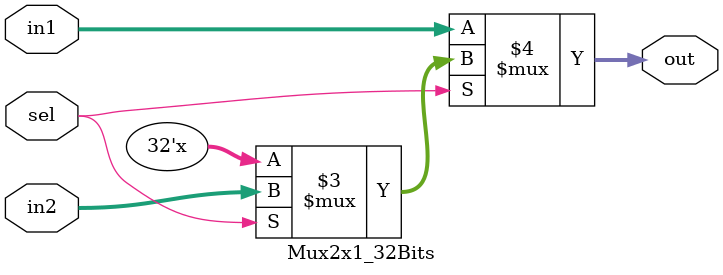
<source format=v>
module Mux2x1_32Bits(out, in1, in2, sel);

input [31:0] in1, in2; 
input sel;
output [31:0] out; 

assign out = 	(sel == 1'b0) ? in1 :
		(sel == 1'b1) ? in2 : 32'bx;

endmodule

</source>
